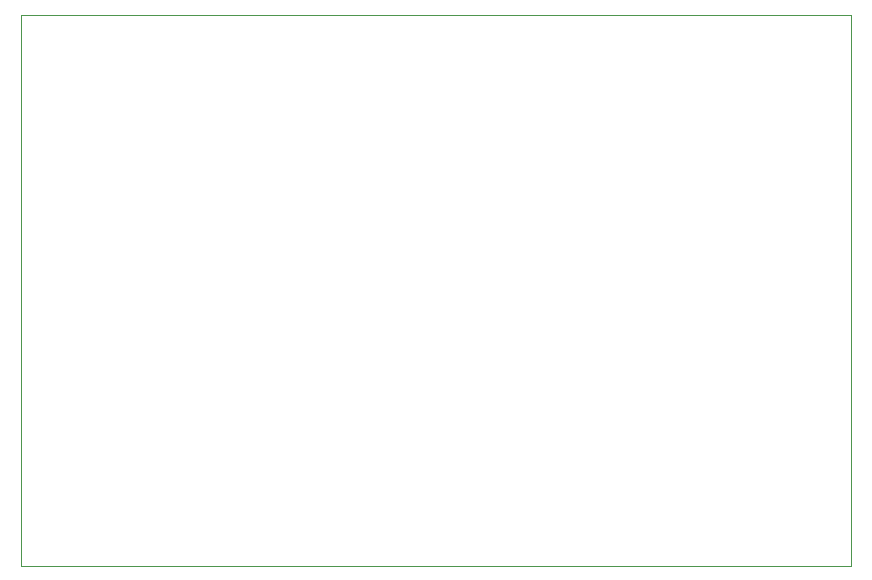
<source format=gbr>
%TF.GenerationSoftware,KiCad,Pcbnew,7.0.8*%
%TF.CreationDate,2024-01-19T17:30:04-07:00*%
%TF.ProjectId,Remote,52656d6f-7465-42e6-9b69-6361645f7063,rev?*%
%TF.SameCoordinates,Original*%
%TF.FileFunction,Profile,NP*%
%FSLAX46Y46*%
G04 Gerber Fmt 4.6, Leading zero omitted, Abs format (unit mm)*
G04 Created by KiCad (PCBNEW 7.0.8) date 2024-01-19 17:30:04*
%MOMM*%
%LPD*%
G01*
G04 APERTURE LIST*
%TA.AperFunction,Profile*%
%ADD10C,0.100000*%
%TD*%
G04 APERTURE END LIST*
D10*
X106960000Y-102218500D02*
X177180000Y-102218500D01*
X177180000Y-55568500D01*
X106960000Y-55568500D01*
X106960000Y-102218500D01*
M02*

</source>
